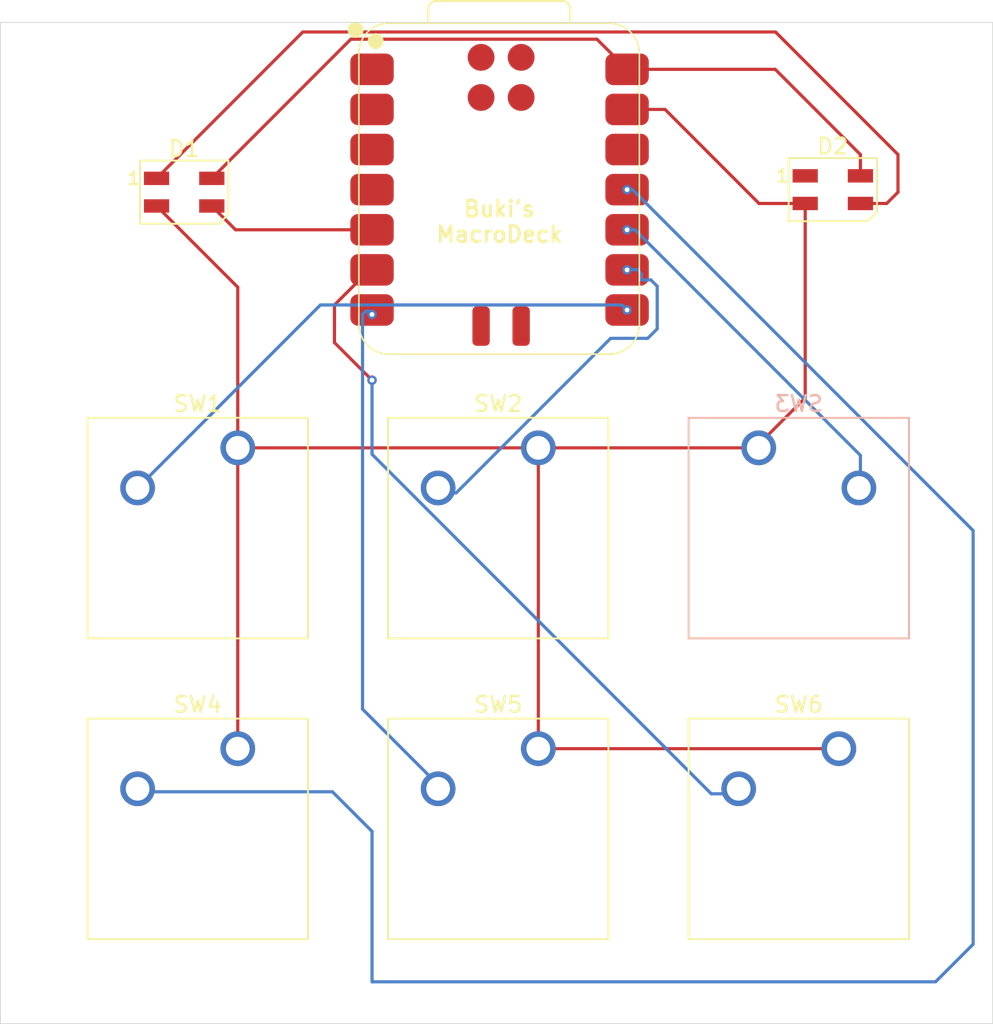
<source format=kicad_pcb>
(kicad_pcb (version 20241229) (generator "pcbnew") (generator_version "9.0")
  (layers (0 "F.Cu" signal) (2 "B.Cu" signal) (13 "F.Paste" user) (15 "B.Paste" user) (5 "F.SilkS" user "F.Silkscreen") (7 "B.SilkS" user "B.Silkscreen") (1 "F.Mask" user) (3 "B.Mask" user) (25 "Edge.Cuts" user))
  (net 0 "")
  (net 1 "GND")
  (net 2 "Net-(D1-DOUT)")
  (net 3 "Net-(D1-DIN)")
  (net 4 "+5V")
  (net 6 "Net-(U1-GPIO1{slash}RX)")
  (net 7 "Net-(U1-GPIO2{slash}SCK)")
  (net 8 "Net-(U1-GPIO4{slash}MISO)")
  (net 9 "Net-(U1-GPIO3{slash}MOSI)")
  (net 10 "Net-(U1-GPIO0{slash}TX)")
  (net 11 "Net-(U1-GPIO7{slash}SCL)")
  (footprint "Button_Switch_Keyboard:SW_Cherry_MX_1.00u_PCB" (layer "F.Cu") (at 172.465 99.53625)
    (property "Reference" "SW2" (at -2.54 -2.794 0) (layer "F.SilkS"))
    (property "Value" "SW_Push")
    (fp_line (start -9.525 -1.905) (end 4.445 -1.905) (stroke (width 0.12)) (layer "F.SilkS"))
    (fp_line (start -9.525 12.065) (end -9.525 -1.905) (stroke (width 0.12)) (layer "F.SilkS"))
    (fp_line (start 4.445 -1.905) (end 4.445 12.065) (stroke (width 0.12)) (layer "F.SilkS"))
    (fp_line (start 4.445 12.065) (end -9.525 12.065) (stroke (width 0.12)) (layer "F.SilkS"))
    (pad "" np_thru_hole circle (at -7.62 5.08) (size 1.7 1.7) (drill 1.7) (layers "*.Cu" "*.Mask"))
    (pad "" np_thru_hole circle (at -2.54 5.08) (size 4 4) (drill 4) (layers "*.Cu" "*.Mask"))
    (pad "" np_thru_hole circle (at 2.54 5.08) (size 1.7 1.7) (drill 1.7) (layers "*.Cu" "*.Mask"))
    (pad "1" thru_hole circle (at 0 0) (size 2.2 2.2) (drill 1.5) (layers "*.Cu" "*.Mask") (net 1 "GND"))
    (pad "2" thru_hole circle (at -6.35 2.54) (size 2.2 2.2) (drill 1.5) (layers "*.Cu" "*.Mask") (net 7 "Net-(U1-GPIO2{slash}SCK)"))
  )
  (footprint "Button_Switch_Keyboard:SW_Cherry_MX_1.00u_PCB" (layer "F.Cu") (at 153.415 99.53625)
    (property "Reference" "SW1" (at -2.54 -2.794 0) (layer "F.SilkS"))
    (property "Value" "SW_Push")
    (fp_line (start -9.525 -1.905) (end 4.445 -1.905) (stroke (width 0.12)) (layer "F.SilkS"))
    (fp_line (start -9.525 12.065) (end -9.525 -1.905) (stroke (width 0.12)) (layer "F.SilkS"))
    (fp_line (start 4.445 -1.905) (end 4.445 12.065) (stroke (width 0.12)) (layer "F.SilkS"))
    (fp_line (start 4.445 12.065) (end -9.525 12.065) (stroke (width 0.12)) (layer "F.SilkS"))
    (pad "" np_thru_hole circle (at -7.62 5.08) (size 1.7 1.7) (drill 1.7) (layers "*.Cu" "*.Mask"))
    (pad "" np_thru_hole circle (at -2.54 5.08) (size 4 4) (drill 4) (layers "*.Cu" "*.Mask"))
    (pad "" np_thru_hole circle (at 2.54 5.08) (size 1.7 1.7) (drill 1.7) (layers "*.Cu" "*.Mask"))
    (pad "1" thru_hole circle (at 0 0) (size 2.2 2.2) (drill 1.5) (layers "*.Cu" "*.Mask") (net 1 "GND"))
    (pad "2" thru_hole circle (at -6.35 2.54) (size 2.2 2.2) (drill 1.5) (layers "*.Cu" "*.Mask") (net 6 "Net-(U1-GPIO1{slash}RX)"))
  )
  (footprint "Button_Switch_Keyboard:SW_Cherry_MX_1.00u_PCB" (layer "F.Cu") (at 153.415 118.58625)
    (property "Reference" "SW4" (at -2.54 -2.794 0) (layer "F.SilkS"))
    (property "Value" "SW_Push")
    (fp_line (start -9.525 -1.905) (end 4.445 -1.905) (stroke (width 0.12)) (layer "F.SilkS"))
    (fp_line (start -9.525 12.065) (end -9.525 -1.905) (stroke (width 0.12)) (layer "F.SilkS"))
    (fp_line (start 4.445 -1.905) (end 4.445 12.065) (stroke (width 0.12)) (layer "F.SilkS"))
    (fp_line (start 4.445 12.065) (end -9.525 12.065) (stroke (width 0.12)) (layer "F.SilkS"))
    (pad "" np_thru_hole circle (at -7.62 5.08) (size 1.7 1.7) (drill 1.7) (layers "*.Cu" "*.Mask"))
    (pad "" np_thru_hole circle (at -2.54 5.08) (size 4 4) (drill 4) (layers "*.Cu" "*.Mask"))
    (pad "" np_thru_hole circle (at 2.54 5.08) (size 1.7 1.7) (drill 1.7) (layers "*.Cu" "*.Mask"))
    (pad "1" thru_hole circle (at 0 0) (size 2.2 2.2) (drill 1.5) (layers "*.Cu" "*.Mask") (net 1 "GND"))
    (pad "2" thru_hole circle (at -6.35 2.54) (size 2.2 2.2) (drill 1.5) (layers "*.Cu" "*.Mask") (net 9 "Net-(U1-GPIO3{slash}MOSI)"))
  )
  (footprint "OPL_Library:XIAO-RP2040-SMD" (layer "F.Cu") (at 169.925 83.185)
    (property "Reference" "U1" (hide yes))
    (property "Value" "XIAO-RP2040-DIP")
    (fp_line (start -8.835 8.513) (end -8.835 -8.632) (stroke (width 0.1)) (layer "F.SilkS"))
    (fp_line (start -6.93 10.418) (end 7.04 10.418) (stroke (width 0.1)) (layer "F.SilkS"))
    (fp_line (start -4.44 -10.537) (end -4.436272 -11.447272) (stroke (width 0.127)) (layer "F.SilkS"))
    (fp_line (start -3.936272 -11.947) (end 4.059 -11.947) (stroke (width 0.127)) (layer "F.SilkS"))
    (fp_line (start 4.559 -11.447) (end 4.559 -10.537) (stroke (width 0.127)) (layer "F.SilkS"))
    (fp_line (start 7.04 -10.537) (end -6.93 -10.537) (stroke (width 0.1)) (layer "F.SilkS"))
    (fp_line (start 8.945 8.513) (end 8.945 -8.632) (stroke (width 0.1)) (layer "F.SilkS"))
    (fp_arc (start -8.835 -8.636) (mid -8.277038 -9.983038) (end -6.93 -10.541) (stroke (width 0.1)) (layer "F.SilkS"))
    (fp_arc (start -6.93 10.418) (mid -8.277038 9.860038) (end -8.835 8.513) (stroke (width 0.1)) (layer "F.SilkS"))
    (fp_arc (start -4.436272 -11.447272) (mid -4.289724 -11.800644) (end -3.936272 -11.947) (stroke (width 0.127)) (layer "F.SilkS"))
    (fp_arc (start 4.059 -11.947) (mid 4.412553 -11.800553) (end 4.559 -11.447) (stroke (width 0.127)) (layer "F.SilkS"))
    (fp_arc (start 7.04 -10.537) (mid 8.387038 -9.979038) (end 8.945 -8.632) (stroke (width 0.1)) (layer "F.SilkS"))
    (fp_arc (start 8.945 8.513) (mid 8.387038 9.860038) (end 7.04 10.418) (stroke (width 0.1)) (layer "F.SilkS"))
    (fp_circle (center -9.045 -10.121) (end -9.045 -10.375) (stroke (width 0.5)) (fill yes) (layer "F.SilkS"))
    (fp_circle (center -7.771 -9.404) (end -7.771 -9.658) (stroke (width 0.5)) (fill yes) (layer "F.SilkS"))
    (pad "1" smd roundrect (at -8 -7.62) (size 2.75 2) (layers "F.Cu" "F.Mask" "F.Paste"))
    (pad "2" smd roundrect (at -8 -5.08) (size 2.75 2) (layers "F.Cu" "F.Mask" "F.Paste"))
    (pad "3" smd roundrect (at -8 -2.54) (size 2.75 2) (layers "F.Cu" "F.Mask" "F.Paste"))
    (pad "4" smd roundrect (at -8 0) (size 2.75 2) (layers "F.Cu" "F.Mask" "F.Paste"))
    (pad "5" smd roundrect (at -8 2.54) (size 2.75 2) (layers "F.Cu" "F.Mask" "F.Paste") (net 3 "Net-(D1-DIN)"))
    (pad "6" smd roundrect (at -8 5.08) (size 2.75 2) (layers "F.Cu" "F.Mask" "F.Paste") (net 11 "Net-(U1-GPIO7{slash}SCL)"))
    (pad "7" smd roundrect (at -8 7.62) (size 2.75 2) (layers "F.Cu" "F.Mask" "F.Paste") (net 10 "Net-(U1-GPIO0{slash}TX)"))
    (pad "8" smd roundrect (at 8.165 7.62) (size 2.75 2) (layers "F.Cu" "F.Mask" "F.Paste") (net 6 "Net-(U1-GPIO1{slash}RX)"))
    (pad "9" smd roundrect (at 8.165 5.08) (size 2.75 2) (layers "F.Cu" "F.Mask" "F.Paste") (net 7 "Net-(U1-GPIO2{slash}SCK)"))
    (pad "10" smd roundrect (at 8.165 2.54) (size 2.75 2) (layers "F.Cu" "F.Mask" "F.Paste") (net 8 "Net-(U1-GPIO4{slash}MISO)"))
    (pad "11" smd roundrect (at 8.165 0) (size 2.75 2) (layers "F.Cu" "F.Mask" "F.Paste") (net 9 "Net-(U1-GPIO3{slash}MOSI)"))
    (pad "12" smd roundrect (at 8.165 -2.54) (size 2.75 2) (layers "F.Cu" "F.Mask" "F.Paste"))
    (pad "13" smd roundrect (at 8.165 -5.08) (size 2.75 2) (layers "F.Cu" "F.Mask" "F.Paste") (net 1 "GND"))
    (pad "14" smd roundrect (at 8.165 -7.62) (size 2.75 2) (layers "F.Cu" "F.Mask" "F.Paste") (net 4 "+5V"))
    (pad "15" smd roundrect (at -1.088 8.64 270) (size 2.5 1.1) (layers "F.Cu" "F.Mask" "F.Paste"))
    (pad "16" smd roundrect (at 1.452 8.64 270) (size 2.5 1.1) (layers "F.Cu" "F.Mask" "F.Paste"))
    (pad "17" smd circle (at -1.088 -8.378) (size 1.7 1.7) (layers "F.Cu" "F.Mask" "F.Paste"))
    (pad "18" smd circle (at 1.452 -8.378) (size 1.7 1.7) (layers "F.Cu" "F.Mask" "F.Paste"))
    (pad "19" smd circle (at -1.088 -5.838) (size 1.7 1.7) (layers "F.Cu" "F.Mask" "F.Paste"))
    (pad "20" smd circle (at 1.452 -5.838) (size 1.7 1.7) (layers "F.Cu" "F.Mask" "F.Paste"))
  )
  (footprint "LED_SMD:LED_SK6812MINI_PLCC4_3.5x3.5mm_P1.75mm" (layer "F.Cu") (at 150.01875 83.34375)
    (property "Reference" "D1" (at 0 -2.75 0) (layer "F.SilkS"))
    (property "Value" "SK6812MINI")
    (fp_line (start -2.8 -2) (end -2.8 2) (stroke (width 0.12)) (layer "F.SilkS"))
    (fp_line (start -2.8 -2) (end 2.8 -2) (stroke (width 0.12)) (layer "F.SilkS"))
    (fp_line (start -2.8 2) (end 2.2 2) (stroke (width 0.12)) (layer "F.SilkS"))
    (fp_line (start 2.8 1.4) (end 2.2 2) (stroke (width 0.12)) (layer "F.SilkS"))
    (fp_line (start 2.8 1.4) (end 2.8 -2) (stroke (width 0.12)) (layer "F.SilkS"))
    (fp_text user "1" (at -3.2 -0.875 0) (layer "F.SilkS") (effects (font (size 0.8 0.8))))
    (pad "1" smd rect (at -1.75 -0.875) (size 1.6 0.85) (layers "F.Cu" "F.Mask" "F.Paste") (net 2 "Net-(D1-DOUT)"))
    (pad "2" smd rect (at -1.75 0.875) (size 1.6 0.85) (layers "F.Cu" "F.Mask" "F.Paste") (net 1 "GND"))
    (pad "3" smd rect (at 1.75 0.875) (size 1.6 0.85) (layers "F.Cu" "F.Mask" "F.Paste") (net 3 "Net-(D1-DIN)"))
    (pad "4" smd rect (at 1.75 -0.875) (size 1.6 0.85) (layers "F.Cu" "F.Mask" "F.Paste") (net 4 "+5V"))
  )
  (footprint "Button_Switch_Keyboard:SW_Cherry_MX_1.00u_PCB" (layer "F.Cu") (at 172.465 118.58625)
    (property "Reference" "SW5" (at -2.54 -2.794 0) (layer "F.SilkS"))
    (property "Value" "SW_Push")
    (fp_line (start -9.525 -1.905) (end 4.445 -1.905) (stroke (width 0.12)) (layer "F.SilkS"))
    (fp_line (start -9.525 12.065) (end -9.525 -1.905) (stroke (width 0.12)) (layer "F.SilkS"))
    (fp_line (start 4.445 -1.905) (end 4.445 12.065) (stroke (width 0.12)) (layer "F.SilkS"))
    (fp_line (start 4.445 12.065) (end -9.525 12.065) (stroke (width 0.12)) (layer "F.SilkS"))
    (pad "" np_thru_hole circle (at -7.62 5.08) (size 1.7 1.7) (drill 1.7) (layers "*.Cu" "*.Mask"))
    (pad "" np_thru_hole circle (at -2.54 5.08) (size 4 4) (drill 4) (layers "*.Cu" "*.Mask"))
    (pad "" np_thru_hole circle (at 2.54 5.08) (size 1.7 1.7) (drill 1.7) (layers "*.Cu" "*.Mask"))
    (pad "1" thru_hole circle (at 0 0) (size 2.2 2.2) (drill 1.5) (layers "*.Cu" "*.Mask") (net 1 "GND"))
    (pad "2" thru_hole circle (at -6.35 2.54) (size 2.2 2.2) (drill 1.5) (layers "*.Cu" "*.Mask") (net 10 "Net-(U1-GPIO0{slash}TX)"))
  )
  (footprint "Button_Switch_Keyboard:SW_Cherry_MX_1.00u_PCB" (layer "F.Cu") (at 191.515 118.58625)
    (property "Reference" "SW6" (at -2.54 -2.794 0) (layer "F.SilkS"))
    (property "Value" "SW_Push")
    (fp_line (start -9.525 -1.905) (end 4.445 -1.905) (stroke (width 0.12)) (layer "F.SilkS"))
    (fp_line (start -9.525 12.065) (end -9.525 -1.905) (stroke (width 0.12)) (layer "F.SilkS"))
    (fp_line (start 4.445 -1.905) (end 4.445 12.065) (stroke (width 0.12)) (layer "F.SilkS"))
    (fp_line (start 4.445 12.065) (end -9.525 12.065) (stroke (width 0.12)) (layer "F.SilkS"))
    (pad "" np_thru_hole circle (at -7.62 5.08) (size 1.7 1.7) (drill 1.7) (layers "*.Cu" "*.Mask"))
    (pad "" np_thru_hole circle (at -2.54 5.08) (size 4 4) (drill 4) (layers "*.Cu" "*.Mask"))
    (pad "" np_thru_hole circle (at 2.54 5.08) (size 1.7 1.7) (drill 1.7) (layers "*.Cu" "*.Mask"))
    (pad "1" thru_hole circle (at 0 0) (size 2.2 2.2) (drill 1.5) (layers "*.Cu" "*.Mask") (net 1 "GND"))
    (pad "2" thru_hole circle (at -6.35 2.54) (size 2.2 2.2) (drill 1.5) (layers "*.Cu" "*.Mask") (net 11 "Net-(U1-GPIO7{slash}SCL)"))
  )
  (footprint "LED_SMD:LED_SK6812MINI_PLCC4_3.5x3.5mm_P1.75mm" (layer "F.Cu") (at 191.13125 83.185)
    (property "Reference" "D2" (at 0 -2.75 0) (layer "F.SilkS"))
    (property "Value" "SK6812MINI")
    (fp_line (start -2.8 -2) (end -2.8 2) (stroke (width 0.12)) (layer "F.SilkS"))
    (fp_line (start -2.8 -2) (end 2.8 -2) (stroke (width 0.12)) (layer "F.SilkS"))
    (fp_line (start -2.8 2) (end 2.2 2) (stroke (width 0.12)) (layer "F.SilkS"))
    (fp_line (start 2.8 1.4) (end 2.2 2) (stroke (width 0.12)) (layer "F.SilkS"))
    (fp_line (start 2.8 1.4) (end 2.8 -2) (stroke (width 0.12)) (layer "F.SilkS"))
    (fp_text user "1" (at -3.2 -0.875 0) (layer "F.SilkS") (effects (font (size 0.8 0.8))))
    (pad "1" smd rect (at -1.75 -0.875) (size 1.6 0.85) (layers "F.Cu" "F.Mask" "F.Paste"))
    (pad "2" smd rect (at -1.75 0.875) (size 1.6 0.85) (layers "F.Cu" "F.Mask" "F.Paste") (net 1 "GND"))
    (pad "3" smd rect (at 1.75 0.875) (size 1.6 0.85) (layers "F.Cu" "F.Mask" "F.Paste") (net 2 "Net-(D1-DOUT)"))
    (pad "4" smd rect (at 1.75 -0.875) (size 1.6 0.85) (layers "F.Cu" "F.Mask" "F.Paste") (net 4 "+5V"))
  )
  (footprint "Button_Switch_Keyboard:SW_Cherry_MX_1.00u_PCB" (layer "B.Cu") (at 186.435 99.53625 180)
    (property "Reference" "SW3" (at -2.54 2.794 0) (layer "B.SilkS") (effects (justify mirror)))
    (property "Value" "SW_Push")
    (fp_line (start 4.445 1.905) (end 4.445 -12.065) (stroke (width 0.12)) (layer "B.SilkS"))
    (fp_line (start 4.445 -12.065) (end -9.525 -12.065) (stroke (width 0.12)) (layer "B.SilkS"))
    (fp_line (start -9.525 1.905) (end 4.445 1.905) (stroke (width 0.12)) (layer "B.SilkS"))
    (fp_line (start -9.525 -12.065) (end -9.525 1.905) (stroke (width 0.12)) (layer "B.SilkS"))
    (pad "" np_thru_hole circle (at -7.62 -5.08 180) (size 1.7 1.7) (drill 1.7) (layers "*.Cu" "*.Mask"))
    (pad "" np_thru_hole circle (at -2.54 -5.08 180) (size 4 4) (drill 4) (layers "*.Cu" "*.Mask"))
    (pad "" np_thru_hole circle (at 2.54 -5.08 180) (size 1.7 1.7) (drill 1.7) (layers "*.Cu" "*.Mask"))
    (pad "1" thru_hole circle (at 0 0 180) (size 2.2 2.2) (drill 1.5) (layers "*.Cu" "*.Mask") (net 1 "GND"))
    (pad "2" thru_hole circle (at -6.35 -2.54 180) (size 2.2 2.2) (drill 1.5) (layers "*.Cu" "*.Mask") (net 8 "Net-(U1-GPIO4{slash}MISO)"))
  )
  (gr_rect (start 138.36875 72.597426) (end 201.26875 136) (stroke (width 0.05)) (fill no) (layer "Edge.Cuts"))
  (gr_text "Buki's\nMacroDeck" (at 170 86.6 0) (layer "F.SilkS") (effects (font (size 1 1) (thickness 0.1875)) (justify bottom)))
  (segment (start 180.49875 78.105) (end 178.09 78.105) (width 0.2) (layer "F.Cu") (net 1))
  (segment (start 153.415 99.53625) (end 153.415 118.58625) (width 0.2) (layer "F.Cu") (net 1))
  (segment (start 186.435 99.315) (end 189.38125 96.36875) (width 0.2) (layer "F.Cu") (net 1))
  (segment (start 153.415 99.53625) (end 153.415 89.365) (width 0.2) (layer "F.Cu") (net 1))
  (segment (start 189.38125 96.36875) (end 189.38125 84.06) (width 0.2) (layer "F.Cu") (net 1))
  (segment (start 153.415 99.53625) (end 172.465 99.53625) (width 0.2) (layer "F.Cu") (net 1))
  (segment (start 153.415 89.365) (end 148.26875 84.21875) (width 0.2) (layer "F.Cu") (net 1))
  (segment (start 191.515 118.58625) (end 172.465 118.58625) (width 0.2) (layer "F.Cu") (net 1))
  (segment (start 186.435 99.53625) (end 186.435 99.315) (width 0.2) (layer "F.Cu") (net 1))
  (segment (start 186.45375 84.06) (end 180.49875 78.105) (width 0.2) (layer "F.Cu") (net 1))
  (segment (start 172.465 99.53625) (end 186.435 99.53625) (width 0.2) (layer "F.Cu") (net 1))
  (segment (start 172.465 99.53625) (end 172.465 118.58625) (width 0.2) (layer "F.Cu") (net 1))
  (segment (start 189.38125 84.06) (end 186.45375 84.06) (width 0.2) (layer "F.Cu") (net 1))
  (segment (start 187.5 73.2) (end 195.2625 80.9625) (width 0.2) (layer "F.Cu") (net 2))
  (segment (start 195.2625 83.34375) (end 194.54625 84.06) (width 0.2) (layer "F.Cu") (net 2))
  (segment (start 148.26875 82.46875) (end 157.5375 73.2) (width 0.2) (layer "F.Cu") (net 2))
  (segment (start 157.5375 73.2) (end 187.5 73.2) (width 0.2) (layer "F.Cu") (net 2))
  (segment (start 194.54625 84.06) (end 192.88125 84.06) (width 0.2) (layer "F.Cu") (net 2))
  (segment (start 195.2625 80.9625) (end 195.2625 83.34375) (width 0.2) (layer "F.Cu") (net 2))
  (segment (start 153.275 85.725) (end 161.925 85.725) (width 0.2) (layer "F.Cu") (net 3))
  (segment (start 151.76875 84.21875) (end 153.275 85.725) (width 0.2) (layer "F.Cu") (net 3))
  (segment (start 187.48375 75.565) (end 178.09 75.565) (width 0.2) (layer "F.Cu") (net 4))
  (segment (start 151.76875 82.46875) (end 160.5815 73.656) (width 0.2) (layer "F.Cu") (net 4))
  (segment (start 176.181 73.656) (end 178.09 75.565) (width 0.2) (layer "F.Cu") (net 4))
  (segment (start 192.88125 82.31) (end 192.88125 80.9625) (width 0.2) (layer "F.Cu") (net 4))
  (segment (start 192.88125 80.9625) (end 187.48375 75.565) (width 0.2) (layer "F.Cu") (net 4))
  (segment (start 160.5815 73.656) (end 176.181 73.656) (width 0.2) (layer "F.Cu") (net 4))
  (via (at 178.09 90.805) (size 0.6) (drill 0.3) (layers "F.Cu" "B.Cu") (net 6))
  (segment (start 177.6 90.5) (end 177.785 90.5) (width 0.2) (layer "B.Cu") (net 6))
  (segment (start 147.065 102.07625) (end 158.65375 90.4875) (width 0.2) (layer "B.Cu") (net 6))
  (segment (start 177.785 90.5) (end 178.09 90.805) (width 0.2) (layer "B.Cu") (net 6))
  (segment (start 177.5875 90.4875) (end 177.6 90.5) (width 0.2) (layer "B.Cu") (net 6))
  (segment (start 158.65375 90.4875) (end 177.5875 90.4875) (width 0.2) (layer "B.Cu") (net 6))
  (via (at 178.09 88.265) (size 0.6) (drill 0.3) (layers "F.Cu" "B.Cu") (net 7))
  (segment (start 180 89.3) (end 179.6 88.9) (width 0.2) (layer "B.Cu") (net 7))
  (segment (start 178.99475 88.89475) (end 178.99475 88.50725) (width 0.2) (layer "B.Cu") (net 7))
  (segment (start 179.4 92.6) (end 180 92) (width 0.2) (layer "B.Cu") (net 7))
  (segment (start 177.04835 92.6) (end 179.4 92.6) (width 0.2) (layer "B.Cu") (net 7))
  (segment (start 178.74375 88.25625) (end 178.73125 88.24375) (width 0.2) (layer "B.Cu") (net 7))
  (segment (start 178.99475 88.50725) (end 178.74375 88.25625) (width 0.2) (layer "B.Cu") (net 7))
  (segment (start 166.37 102.07625) (end 166.6875 102.39375) (width 0.2) (layer "B.Cu") (net 7))
  (segment (start 166.115 102.07625) (end 166.37 102.07625) (width 0.2) (layer "B.Cu") (net 7))
  (segment (start 178.73125 88.24375) (end 178.11125 88.24375) (width 0.2) (layer "B.Cu") (net 7))
  (segment (start 179.6 88.9) (end 179 88.9) (width 0.2) (layer "B.Cu") (net 7))
  (segment (start 180 92) (end 180 89.3) (width 0.2) (layer "B.Cu") (net 7))
  (segment (start 166.6875 102.39375) (end 167.2546 102.39375) (width 0.2) (layer "B.Cu") (net 7))
  (segment (start 178.11125 88.24375) (end 178.09 88.265) (width 0.2) (layer "B.Cu") (net 7))
  (segment (start 179 88.9) (end 178.99475 88.89475) (width 0.2) (layer "B.Cu") (net 7))
  (segment (start 167.2546 102.39375) (end 177.04835 92.6) (width 0.2) (layer "B.Cu") (net 7))
  (via (at 178.09 85.725) (size 0.6) (drill 0.3) (layers "F.Cu" "B.Cu") (net 8))
  (segment (start 192.88125 100.0125) (end 178.59375 85.725) (width 0.2) (layer "B.Cu") (net 8))
  (segment (start 192.785 102.07625) (end 192.785 102.2975) (width 0.2) (layer "B.Cu") (net 8))
  (segment (start 178.59375 85.725) (end 178.09 85.725) (width 0.2) (layer "B.Cu") (net 8))
  (segment (start 192.88125 102.39375) (end 192.88125 100.0125) (width 0.2) (layer "B.Cu") (net 8))
  (segment (start 192.785 102.2975) (end 192.88125 102.39375) (width 0.2) (layer "B.Cu") (net 8))
  (via (at 178.09 83.185) (size 0.6) (drill 0.3) (layers "F.Cu" "B.Cu") (net 9))
  (segment (start 200.025 130.96875) (end 200.025 104.775) (width 0.2) (layer "B.Cu") (net 9))
  (segment (start 197.64375 133.35) (end 200.025 130.96875) (width 0.2) (layer "B.Cu") (net 9))
  (segment (start 147.766 121.31525) (end 159.41525 121.31525) (width 0.2) (layer "B.Cu") (net 9))
  (segment (start 159.41525 121.31525) (end 161.925 123.825) (width 0.2) (layer "B.Cu") (net 9))
  (segment (start 161.925 133.35) (end 197.64375 133.35) (width 0.2) (layer "B.Cu") (net 9))
  (segment (start 147.065 121.12625) (end 147.32 121.12625) (width 0.2) (layer "B.Cu") (net 9))
  (segment (start 178.435 83.185) (end 178.09 83.185) (width 0.2) (layer "B.Cu") (net 9))
  (segment (start 161.925 123.825) (end 161.925 133.35) (width 0.2) (layer "B.Cu") (net 9))
  (segment (start 147.32 121.12625) (end 147.6375 121.44375) (width 0.2) (layer "B.Cu") (net 9))
  (segment (start 147.6375 121.44375) (end 147.766 121.31525) (width 0.2) (layer "B.Cu") (net 9))
  (segment (start 200.025 104.775) (end 178.435 83.185) (width 0.2) (layer "B.Cu") (net 9))
  (segment (start 162.905 90.805) (end 163.2 91.1) (width 0.2) (layer "F.Cu") (net 10))
  (via (at 161.925 91.0875) (size 0.6) (drill 0.3) (layers "F.Cu" "B.Cu") (net 10))
  (segment (start 166.115 121.12625) (end 166.37 121.12625) (width 0.2) (layer "B.Cu") (net 10))
  (segment (start 161.324 116.08025) (end 161.324 91.0885) (width 0.2) (layer "B.Cu") (net 10))
  (segment (start 161.324 91.0885) (end 161.524 90.8885) (width 0.2) (layer "B.Cu") (net 10))
  (segment (start 166.37 121.12625) (end 161.324 116.08025) (width 0.2) (layer "B.Cu") (net 10))
  (segment (start 161.524 90.8885) (end 161.925 90.8885) (width 0.2) (layer "B.Cu") (net 10))
  (segment (start 161.925 90.8885) (end 161.925 91.0875) (width 0.2) (layer "B.Cu") (net 10))
  (segment (start 159.54375 90.4875) (end 161.76625 88.265) (width 0.2) (layer "F.Cu") (net 11))
  (segment (start 161.76625 88.265) (end 161.925 88.265) (width 0.2) (layer "F.Cu") (net 11))
  (segment (start 159.54375 92.86875) (end 159.54375 90.4875) (width 0.2) (layer "F.Cu") (net 11))
  (segment (start 161.925 95.25) (end 159.54375 92.86875) (width 0.2) (layer "F.Cu") (net 11))
  (via (at 161.925 95.25) (size 0.6) (drill 0.3) (layers "F.Cu" "B.Cu") (net 11))
  (segment (start 185.7375 121.44375) (end 183.427684 121.44375) (width 0.2) (layer "B.Cu") (net 11))
  (segment (start 183.427684 121.44375) (end 161.925 99.941066) (width 0.2) (layer "B.Cu") (net 11))
  (segment (start 161.925 99.941066) (end 161.925 95.25) (width 0.2) (layer "B.Cu") (net 11))
  (segment (start 185.165 121.12625) (end 185.42 121.12625) (width 0.2) (layer "B.Cu") (net 11))
  (segment (start 185.42 121.12625) (end 185.7375 121.44375) (width 0.2) (layer "B.Cu") (net 11))
)
</source>
